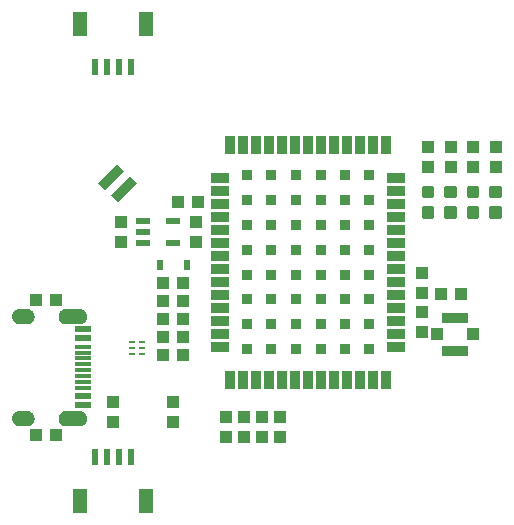
<source format=gtp>
G75*
%MOIN*%
%OFA0B0*%
%FSLAX25Y25*%
%IPPOS*%
%LPD*%
%AMOC8*
5,1,8,0,0,1.08239X$1,22.5*
%
%ADD10R,0.04724X0.07874*%
%ADD11R,0.02362X0.05315*%
%ADD12R,0.03937X0.04331*%
%ADD13R,0.04331X0.03937*%
%ADD14R,0.08858X0.03346*%
%ADD15C,0.01181*%
%ADD16R,0.02480X0.03268*%
%ADD17R,0.08661X0.03346*%
%ADD18R,0.04134X0.03937*%
%ADD19R,0.04724X0.02165*%
%ADD20R,0.02402X0.00984*%
%ADD21R,0.02205X0.00984*%
%ADD22R,0.05984X0.03346*%
%ADD23R,0.03346X0.05984*%
%ADD24R,0.03543X0.03543*%
%ADD25R,0.05709X0.01181*%
%ADD26R,0.05709X0.02362*%
%ADD27R,0.05709X0.02165*%
%ADD28C,0.00039*%
D10*
X0210276Y0080531D03*
X0232324Y0080531D03*
X0232324Y0239469D03*
X0210276Y0239469D03*
D11*
X0215394Y0225000D03*
X0219331Y0225000D03*
X0223269Y0225000D03*
X0227206Y0225000D03*
X0227206Y0095000D03*
X0223269Y0095000D03*
X0219331Y0095000D03*
X0215394Y0095000D03*
D12*
X0221300Y0106654D03*
X0241300Y0106654D03*
X0258800Y0108346D03*
X0264800Y0108346D03*
X0270800Y0108346D03*
X0276800Y0108346D03*
X0276800Y0101654D03*
X0270800Y0101654D03*
X0264800Y0101654D03*
X0258800Y0101654D03*
X0241300Y0113346D03*
X0221300Y0113346D03*
X0324300Y0136654D03*
X0324300Y0143346D03*
X0324300Y0149654D03*
X0324300Y0156346D03*
X0248800Y0166654D03*
X0248800Y0173346D03*
X0223800Y0173346D03*
X0223800Y0166654D03*
X0326300Y0191654D03*
X0333800Y0191654D03*
X0341300Y0191654D03*
X0348800Y0191654D03*
X0348800Y0198346D03*
X0341300Y0198346D03*
X0333800Y0198346D03*
X0326300Y0198346D03*
D13*
X0249646Y0180000D03*
X0242954Y0180000D03*
X0244646Y0153000D03*
X0237954Y0153000D03*
X0237954Y0147000D03*
X0244646Y0147000D03*
X0244646Y0141000D03*
X0237954Y0141000D03*
X0237954Y0135000D03*
X0244646Y0135000D03*
X0244646Y0129000D03*
X0237954Y0129000D03*
X0202146Y0147500D03*
X0195454Y0147500D03*
X0195454Y0102500D03*
X0202146Y0102500D03*
X0330454Y0149500D03*
X0337146Y0149500D03*
D14*
G36*
X0229144Y0186303D02*
X0222882Y0180041D01*
X0220516Y0182407D01*
X0226778Y0188669D01*
X0229144Y0186303D01*
G37*
G36*
X0224969Y0190478D02*
X0218707Y0184216D01*
X0216341Y0186582D01*
X0222603Y0192844D01*
X0224969Y0190478D01*
G37*
D15*
X0324922Y0184831D02*
X0327678Y0184831D01*
X0327678Y0182075D01*
X0324922Y0182075D01*
X0324922Y0184831D01*
X0324922Y0183197D02*
X0327678Y0183197D01*
X0327678Y0184319D02*
X0324922Y0184319D01*
X0332422Y0184831D02*
X0335178Y0184831D01*
X0335178Y0182075D01*
X0332422Y0182075D01*
X0332422Y0184831D01*
X0332422Y0183197D02*
X0335178Y0183197D01*
X0335178Y0184319D02*
X0332422Y0184319D01*
X0339922Y0184831D02*
X0342678Y0184831D01*
X0342678Y0182075D01*
X0339922Y0182075D01*
X0339922Y0184831D01*
X0339922Y0183197D02*
X0342678Y0183197D01*
X0342678Y0184319D02*
X0339922Y0184319D01*
X0347422Y0184831D02*
X0350178Y0184831D01*
X0350178Y0182075D01*
X0347422Y0182075D01*
X0347422Y0184831D01*
X0347422Y0183197D02*
X0350178Y0183197D01*
X0350178Y0184319D02*
X0347422Y0184319D01*
X0347422Y0177925D02*
X0350178Y0177925D01*
X0350178Y0175169D01*
X0347422Y0175169D01*
X0347422Y0177925D01*
X0347422Y0176291D02*
X0350178Y0176291D01*
X0350178Y0177413D02*
X0347422Y0177413D01*
X0342678Y0177925D02*
X0339922Y0177925D01*
X0342678Y0177925D02*
X0342678Y0175169D01*
X0339922Y0175169D01*
X0339922Y0177925D01*
X0339922Y0176291D02*
X0342678Y0176291D01*
X0342678Y0177413D02*
X0339922Y0177413D01*
X0335178Y0177925D02*
X0332422Y0177925D01*
X0335178Y0177925D02*
X0335178Y0175169D01*
X0332422Y0175169D01*
X0332422Y0177925D01*
X0332422Y0176291D02*
X0335178Y0176291D01*
X0335178Y0177413D02*
X0332422Y0177413D01*
X0327678Y0177925D02*
X0324922Y0177925D01*
X0327678Y0177925D02*
X0327678Y0175169D01*
X0324922Y0175169D01*
X0324922Y0177925D01*
X0324922Y0176291D02*
X0327678Y0176291D01*
X0327678Y0177413D02*
X0324922Y0177413D01*
D16*
X0245828Y0159000D03*
X0236772Y0159000D03*
D17*
X0335300Y0141413D03*
X0335300Y0130587D03*
D18*
X0329296Y0136000D03*
X0341304Y0136000D03*
D19*
X0241419Y0166260D03*
X0231181Y0166260D03*
X0231181Y0170000D03*
X0231181Y0173740D03*
X0241419Y0173740D03*
D20*
X0227706Y0133469D03*
D21*
X0227607Y0131500D03*
X0227607Y0129531D03*
X0230993Y0129531D03*
X0230993Y0131500D03*
X0230993Y0133469D03*
D22*
X0256969Y0131850D03*
X0256969Y0136181D03*
X0256969Y0140512D03*
X0256969Y0144843D03*
X0256969Y0149173D03*
X0256969Y0153504D03*
X0256969Y0157835D03*
X0256969Y0162165D03*
X0256969Y0166496D03*
X0256969Y0170827D03*
X0256969Y0175157D03*
X0256969Y0179488D03*
X0256969Y0183819D03*
X0256969Y0188150D03*
X0315631Y0188150D03*
X0315631Y0183819D03*
X0315631Y0179488D03*
X0315631Y0175157D03*
X0315631Y0170827D03*
X0315631Y0166496D03*
X0315631Y0162165D03*
X0315631Y0157835D03*
X0315631Y0153504D03*
X0315631Y0149173D03*
X0315631Y0144843D03*
X0315631Y0140512D03*
X0315631Y0136181D03*
X0315631Y0131850D03*
D23*
X0312284Y0120827D03*
X0307954Y0120827D03*
X0303623Y0120827D03*
X0299292Y0120827D03*
X0294961Y0120827D03*
X0290631Y0120827D03*
X0286300Y0120827D03*
X0281969Y0120827D03*
X0277639Y0120827D03*
X0273308Y0120827D03*
X0268977Y0120827D03*
X0264646Y0120827D03*
X0260316Y0120827D03*
X0260316Y0199173D03*
X0264646Y0199173D03*
X0268977Y0199173D03*
X0273308Y0199173D03*
X0277639Y0199173D03*
X0281969Y0199173D03*
X0286300Y0199173D03*
X0290631Y0199173D03*
X0294961Y0199173D03*
X0299292Y0199173D03*
X0303623Y0199173D03*
X0307954Y0199173D03*
X0312284Y0199173D03*
D24*
X0306576Y0188937D03*
X0298505Y0188937D03*
X0290434Y0188937D03*
X0282166Y0188937D03*
X0274095Y0188937D03*
X0266024Y0188937D03*
X0266024Y0180669D03*
X0274095Y0180669D03*
X0282166Y0180669D03*
X0290434Y0180669D03*
X0298505Y0180669D03*
X0306576Y0180669D03*
X0306576Y0172402D03*
X0298505Y0172402D03*
X0290434Y0172402D03*
X0282166Y0172402D03*
X0274095Y0172402D03*
X0266024Y0172402D03*
X0266024Y0164134D03*
X0274095Y0164134D03*
X0282166Y0164134D03*
X0290434Y0164134D03*
X0298505Y0164134D03*
X0306576Y0164134D03*
X0306576Y0155866D03*
X0298505Y0155866D03*
X0290434Y0155866D03*
X0282166Y0155866D03*
X0274095Y0155866D03*
X0266024Y0155866D03*
X0266024Y0147598D03*
X0274095Y0147598D03*
X0282166Y0147598D03*
X0282166Y0139331D03*
X0274095Y0139331D03*
X0266024Y0139331D03*
X0266024Y0131063D03*
X0274095Y0131063D03*
X0282166Y0131063D03*
X0290434Y0131063D03*
X0298505Y0131063D03*
X0306576Y0131063D03*
X0306576Y0139331D03*
X0298505Y0139331D03*
X0290434Y0139331D03*
X0290434Y0147598D03*
X0298505Y0147598D03*
X0306576Y0147598D03*
D25*
X0211300Y0131890D03*
X0211300Y0129921D03*
X0211300Y0127953D03*
X0211300Y0125984D03*
X0211300Y0124016D03*
X0211300Y0122047D03*
X0211300Y0120079D03*
X0211300Y0118110D03*
D26*
X0211300Y0112303D03*
X0211300Y0137697D03*
D27*
X0211300Y0134646D03*
X0211300Y0115354D03*
D28*
X0210482Y0110293D02*
X0210903Y0110147D01*
X0211288Y0109922D01*
X0211622Y0109626D01*
X0211891Y0109270D01*
X0212086Y0108869D01*
X0212199Y0108437D01*
X0212225Y0107992D01*
X0212199Y0107547D01*
X0212086Y0107115D01*
X0211891Y0106714D01*
X0211622Y0106358D01*
X0211288Y0106062D01*
X0210903Y0105837D01*
X0210482Y0105691D01*
X0210040Y0105630D01*
X0205316Y0105630D01*
X0204817Y0105711D01*
X0204349Y0105900D01*
X0203934Y0106189D01*
X0203594Y0106563D01*
X0203346Y0107003D01*
X0203202Y0107488D01*
X0203170Y0107992D01*
X0203202Y0108496D01*
X0203346Y0108981D01*
X0203594Y0109421D01*
X0203934Y0109795D01*
X0204349Y0110084D01*
X0204817Y0110274D01*
X0205316Y0110354D01*
X0210040Y0110354D01*
X0210482Y0110293D01*
X0210556Y0110268D02*
X0204802Y0110268D01*
X0204708Y0110230D02*
X0210666Y0110230D01*
X0210775Y0110192D02*
X0204615Y0110192D01*
X0204521Y0110154D02*
X0210885Y0110154D01*
X0210957Y0110116D02*
X0204427Y0110116D01*
X0204340Y0110078D02*
X0211022Y0110078D01*
X0211086Y0110040D02*
X0204286Y0110040D01*
X0204231Y0110002D02*
X0211151Y0110002D01*
X0211216Y0109965D02*
X0204177Y0109965D01*
X0204123Y0109927D02*
X0211280Y0109927D01*
X0211326Y0109889D02*
X0204068Y0109889D01*
X0204014Y0109851D02*
X0211368Y0109851D01*
X0211411Y0109813D02*
X0203960Y0109813D01*
X0203916Y0109775D02*
X0211454Y0109775D01*
X0211496Y0109737D02*
X0203882Y0109737D01*
X0203847Y0109699D02*
X0211539Y0109699D01*
X0211582Y0109661D02*
X0203813Y0109661D01*
X0203778Y0109624D02*
X0211624Y0109624D01*
X0211652Y0109586D02*
X0203744Y0109586D01*
X0203709Y0109548D02*
X0211681Y0109548D01*
X0211710Y0109510D02*
X0203675Y0109510D01*
X0203641Y0109472D02*
X0211738Y0109472D01*
X0211767Y0109434D02*
X0203606Y0109434D01*
X0203580Y0109396D02*
X0211796Y0109396D01*
X0211824Y0109358D02*
X0203559Y0109358D01*
X0203538Y0109321D02*
X0211853Y0109321D01*
X0211882Y0109283D02*
X0203516Y0109283D01*
X0203495Y0109245D02*
X0211904Y0109245D01*
X0211922Y0109207D02*
X0203474Y0109207D01*
X0203452Y0109169D02*
X0211940Y0109169D01*
X0211959Y0109131D02*
X0203431Y0109131D01*
X0203410Y0109093D02*
X0211977Y0109093D01*
X0211996Y0109055D02*
X0203388Y0109055D01*
X0203367Y0109017D02*
X0212014Y0109017D01*
X0212032Y0108980D02*
X0203346Y0108980D01*
X0203335Y0108942D02*
X0212051Y0108942D01*
X0212069Y0108904D02*
X0203323Y0108904D01*
X0203312Y0108866D02*
X0212087Y0108866D01*
X0212097Y0108828D02*
X0203301Y0108828D01*
X0203290Y0108790D02*
X0212107Y0108790D01*
X0212116Y0108752D02*
X0203278Y0108752D01*
X0203267Y0108714D02*
X0212126Y0108714D01*
X0212136Y0108677D02*
X0203256Y0108677D01*
X0203245Y0108639D02*
X0212146Y0108639D01*
X0212156Y0108601D02*
X0203233Y0108601D01*
X0203222Y0108563D02*
X0212166Y0108563D01*
X0212176Y0108525D02*
X0203211Y0108525D01*
X0203202Y0108487D02*
X0212186Y0108487D01*
X0212196Y0108449D02*
X0203199Y0108449D01*
X0203197Y0108411D02*
X0212200Y0108411D01*
X0212203Y0108374D02*
X0203195Y0108374D01*
X0203192Y0108336D02*
X0212205Y0108336D01*
X0212207Y0108298D02*
X0203190Y0108298D01*
X0203187Y0108260D02*
X0212209Y0108260D01*
X0212212Y0108222D02*
X0203185Y0108222D01*
X0203182Y0108184D02*
X0212214Y0108184D01*
X0212216Y0108146D02*
X0203180Y0108146D01*
X0203178Y0108108D02*
X0212218Y0108108D01*
X0212221Y0108070D02*
X0203175Y0108070D01*
X0203173Y0108033D02*
X0212223Y0108033D01*
X0212225Y0107995D02*
X0203170Y0107995D01*
X0203172Y0107957D02*
X0212223Y0107957D01*
X0212221Y0107919D02*
X0203175Y0107919D01*
X0203177Y0107881D02*
X0212219Y0107881D01*
X0212216Y0107843D02*
X0203180Y0107843D01*
X0203182Y0107805D02*
X0212214Y0107805D01*
X0212212Y0107767D02*
X0203185Y0107767D01*
X0203187Y0107730D02*
X0212210Y0107730D01*
X0212207Y0107692D02*
X0203189Y0107692D01*
X0203192Y0107654D02*
X0212205Y0107654D01*
X0212203Y0107616D02*
X0203194Y0107616D01*
X0203197Y0107578D02*
X0212201Y0107578D01*
X0212197Y0107540D02*
X0203199Y0107540D01*
X0203202Y0107502D02*
X0212187Y0107502D01*
X0212177Y0107464D02*
X0203209Y0107464D01*
X0203221Y0107426D02*
X0212167Y0107426D01*
X0212157Y0107389D02*
X0203232Y0107389D01*
X0203243Y0107351D02*
X0212148Y0107351D01*
X0212138Y0107313D02*
X0203254Y0107313D01*
X0203266Y0107275D02*
X0212128Y0107275D01*
X0212118Y0107237D02*
X0203277Y0107237D01*
X0203288Y0107199D02*
X0212108Y0107199D01*
X0212098Y0107161D02*
X0203299Y0107161D01*
X0203311Y0107123D02*
X0212088Y0107123D01*
X0212072Y0107086D02*
X0203322Y0107086D01*
X0203333Y0107048D02*
X0212053Y0107048D01*
X0212035Y0107010D02*
X0203344Y0107010D01*
X0203364Y0106972D02*
X0212016Y0106972D01*
X0211998Y0106934D02*
X0203385Y0106934D01*
X0203407Y0106896D02*
X0211980Y0106896D01*
X0211961Y0106858D02*
X0203428Y0106858D01*
X0203449Y0106820D02*
X0211943Y0106820D01*
X0211924Y0106782D02*
X0203471Y0106782D01*
X0203492Y0106745D02*
X0211906Y0106745D01*
X0211886Y0106707D02*
X0203513Y0106707D01*
X0203535Y0106669D02*
X0211857Y0106669D01*
X0211828Y0106631D02*
X0203556Y0106631D01*
X0203577Y0106593D02*
X0211800Y0106593D01*
X0211771Y0106555D02*
X0203602Y0106555D01*
X0203636Y0106517D02*
X0211742Y0106517D01*
X0211714Y0106479D02*
X0203670Y0106479D01*
X0203705Y0106442D02*
X0211685Y0106442D01*
X0211656Y0106404D02*
X0203739Y0106404D01*
X0203774Y0106366D02*
X0211627Y0106366D01*
X0211587Y0106328D02*
X0203808Y0106328D01*
X0203842Y0106290D02*
X0211545Y0106290D01*
X0211502Y0106252D02*
X0203877Y0106252D01*
X0203911Y0106214D02*
X0211460Y0106214D01*
X0211417Y0106176D02*
X0203952Y0106176D01*
X0204007Y0106139D02*
X0211374Y0106139D01*
X0211332Y0106101D02*
X0204061Y0106101D01*
X0204115Y0106063D02*
X0211289Y0106063D01*
X0211224Y0106025D02*
X0204170Y0106025D01*
X0204224Y0105987D02*
X0211160Y0105987D01*
X0211095Y0105949D02*
X0204278Y0105949D01*
X0204333Y0105911D02*
X0211030Y0105911D01*
X0210966Y0105873D02*
X0204415Y0105873D01*
X0204508Y0105835D02*
X0210899Y0105835D01*
X0210790Y0105798D02*
X0204602Y0105798D01*
X0204695Y0105760D02*
X0210681Y0105760D01*
X0210571Y0105722D02*
X0204789Y0105722D01*
X0204981Y0105684D02*
X0210432Y0105684D01*
X0210157Y0105646D02*
X0205216Y0105646D01*
X0194737Y0107530D02*
X0194600Y0107085D01*
X0194379Y0106676D01*
X0194083Y0106318D01*
X0193722Y0106024D01*
X0193311Y0105807D01*
X0192865Y0105674D01*
X0192402Y0105630D01*
X0190040Y0105630D01*
X0189581Y0105677D01*
X0189141Y0105813D01*
X0188735Y0106032D01*
X0188380Y0106326D01*
X0188089Y0106684D01*
X0187873Y0107091D01*
X0187741Y0107533D01*
X0187698Y0107992D01*
X0187754Y0108516D01*
X0187926Y0109014D01*
X0188205Y0109461D01*
X0188576Y0109835D01*
X0189020Y0110117D01*
X0189517Y0110293D01*
X0190040Y0110354D01*
X0192402Y0110354D01*
X0192930Y0110297D01*
X0193433Y0110124D01*
X0193883Y0109843D01*
X0194261Y0109469D01*
X0194545Y0109020D01*
X0194723Y0108520D01*
X0194784Y0107992D01*
X0194737Y0107530D01*
X0194738Y0107540D02*
X0187740Y0107540D01*
X0187737Y0107578D02*
X0194742Y0107578D01*
X0194746Y0107616D02*
X0187733Y0107616D01*
X0187730Y0107654D02*
X0194750Y0107654D01*
X0194753Y0107692D02*
X0187726Y0107692D01*
X0187722Y0107730D02*
X0194757Y0107730D01*
X0194761Y0107767D02*
X0187719Y0107767D01*
X0187715Y0107805D02*
X0194765Y0107805D01*
X0194769Y0107843D02*
X0187712Y0107843D01*
X0187708Y0107881D02*
X0194773Y0107881D01*
X0194777Y0107919D02*
X0187705Y0107919D01*
X0187701Y0107957D02*
X0194781Y0107957D01*
X0194784Y0107995D02*
X0187698Y0107995D01*
X0187702Y0108033D02*
X0194780Y0108033D01*
X0194775Y0108070D02*
X0187706Y0108070D01*
X0187710Y0108108D02*
X0194771Y0108108D01*
X0194766Y0108146D02*
X0187714Y0108146D01*
X0187718Y0108184D02*
X0194762Y0108184D01*
X0194757Y0108222D02*
X0187723Y0108222D01*
X0187727Y0108260D02*
X0194753Y0108260D01*
X0194749Y0108298D02*
X0187731Y0108298D01*
X0187735Y0108336D02*
X0194744Y0108336D01*
X0194740Y0108374D02*
X0187739Y0108374D01*
X0187743Y0108411D02*
X0194735Y0108411D01*
X0194731Y0108449D02*
X0187747Y0108449D01*
X0187751Y0108487D02*
X0194726Y0108487D01*
X0194721Y0108525D02*
X0187758Y0108525D01*
X0187771Y0108563D02*
X0194707Y0108563D01*
X0194694Y0108601D02*
X0187784Y0108601D01*
X0187797Y0108639D02*
X0194680Y0108639D01*
X0194667Y0108677D02*
X0187810Y0108677D01*
X0187823Y0108714D02*
X0194654Y0108714D01*
X0194640Y0108752D02*
X0187836Y0108752D01*
X0187849Y0108790D02*
X0194627Y0108790D01*
X0194613Y0108828D02*
X0187862Y0108828D01*
X0187875Y0108866D02*
X0194600Y0108866D01*
X0194586Y0108904D02*
X0187888Y0108904D01*
X0187901Y0108942D02*
X0194573Y0108942D01*
X0194560Y0108980D02*
X0187915Y0108980D01*
X0187929Y0109017D02*
X0194546Y0109017D01*
X0194523Y0109055D02*
X0187952Y0109055D01*
X0187976Y0109093D02*
X0194499Y0109093D01*
X0194475Y0109131D02*
X0187999Y0109131D01*
X0188023Y0109169D02*
X0194451Y0109169D01*
X0194427Y0109207D02*
X0188047Y0109207D01*
X0188070Y0109245D02*
X0194403Y0109245D01*
X0194379Y0109283D02*
X0188094Y0109283D01*
X0188117Y0109321D02*
X0194355Y0109321D01*
X0194331Y0109358D02*
X0188141Y0109358D01*
X0188164Y0109396D02*
X0194307Y0109396D01*
X0194283Y0109434D02*
X0188188Y0109434D01*
X0188216Y0109472D02*
X0194257Y0109472D01*
X0194219Y0109510D02*
X0188253Y0109510D01*
X0188291Y0109548D02*
X0194181Y0109548D01*
X0194143Y0109586D02*
X0188328Y0109586D01*
X0188366Y0109624D02*
X0194105Y0109624D01*
X0194066Y0109661D02*
X0188404Y0109661D01*
X0188441Y0109699D02*
X0194028Y0109699D01*
X0193990Y0109737D02*
X0188479Y0109737D01*
X0188516Y0109775D02*
X0193952Y0109775D01*
X0193914Y0109813D02*
X0188554Y0109813D01*
X0188601Y0109851D02*
X0193871Y0109851D01*
X0193810Y0109889D02*
X0188660Y0109889D01*
X0188720Y0109927D02*
X0193749Y0109927D01*
X0193688Y0109965D02*
X0188780Y0109965D01*
X0188840Y0110002D02*
X0193627Y0110002D01*
X0193566Y0110040D02*
X0188899Y0110040D01*
X0188959Y0110078D02*
X0193506Y0110078D01*
X0193445Y0110116D02*
X0189019Y0110116D01*
X0189124Y0110154D02*
X0193345Y0110154D01*
X0193235Y0110192D02*
X0189231Y0110192D01*
X0189338Y0110230D02*
X0193125Y0110230D01*
X0193016Y0110268D02*
X0189445Y0110268D01*
X0189622Y0110305D02*
X0192853Y0110305D01*
X0192504Y0110343D02*
X0189946Y0110343D01*
X0187750Y0107502D02*
X0194728Y0107502D01*
X0194717Y0107464D02*
X0187761Y0107464D01*
X0187773Y0107426D02*
X0194705Y0107426D01*
X0194693Y0107389D02*
X0187784Y0107389D01*
X0187795Y0107351D02*
X0194682Y0107351D01*
X0194670Y0107313D02*
X0187807Y0107313D01*
X0187818Y0107275D02*
X0194658Y0107275D01*
X0194647Y0107237D02*
X0187829Y0107237D01*
X0187841Y0107199D02*
X0194635Y0107199D01*
X0194623Y0107161D02*
X0187852Y0107161D01*
X0187863Y0107123D02*
X0194612Y0107123D01*
X0194600Y0107086D02*
X0187876Y0107086D01*
X0187896Y0107048D02*
X0194580Y0107048D01*
X0194559Y0107010D02*
X0187916Y0107010D01*
X0187936Y0106972D02*
X0194539Y0106972D01*
X0194518Y0106934D02*
X0187956Y0106934D01*
X0187976Y0106896D02*
X0194498Y0106896D01*
X0194477Y0106858D02*
X0187996Y0106858D01*
X0188016Y0106820D02*
X0194457Y0106820D01*
X0194437Y0106782D02*
X0188036Y0106782D01*
X0188056Y0106745D02*
X0194416Y0106745D01*
X0194396Y0106707D02*
X0188076Y0106707D01*
X0188101Y0106669D02*
X0194373Y0106669D01*
X0194342Y0106631D02*
X0188131Y0106631D01*
X0188162Y0106593D02*
X0194310Y0106593D01*
X0194279Y0106555D02*
X0188193Y0106555D01*
X0188224Y0106517D02*
X0194248Y0106517D01*
X0194216Y0106479D02*
X0188255Y0106479D01*
X0188286Y0106442D02*
X0194185Y0106442D01*
X0194154Y0106404D02*
X0188316Y0106404D01*
X0188347Y0106366D02*
X0194122Y0106366D01*
X0194091Y0106328D02*
X0188378Y0106328D01*
X0188423Y0106290D02*
X0194049Y0106290D01*
X0194002Y0106252D02*
X0188469Y0106252D01*
X0188515Y0106214D02*
X0193955Y0106214D01*
X0193909Y0106176D02*
X0188560Y0106176D01*
X0188606Y0106139D02*
X0193862Y0106139D01*
X0193816Y0106101D02*
X0188652Y0106101D01*
X0188698Y0106063D02*
X0193769Y0106063D01*
X0193723Y0106025D02*
X0188748Y0106025D01*
X0188818Y0105987D02*
X0193652Y0105987D01*
X0193580Y0105949D02*
X0188888Y0105949D01*
X0188958Y0105911D02*
X0193508Y0105911D01*
X0193437Y0105873D02*
X0189028Y0105873D01*
X0189099Y0105835D02*
X0193365Y0105835D01*
X0193280Y0105798D02*
X0189190Y0105798D01*
X0189313Y0105760D02*
X0193153Y0105760D01*
X0193027Y0105722D02*
X0189436Y0105722D01*
X0189559Y0105684D02*
X0192900Y0105684D01*
X0192573Y0105646D02*
X0189883Y0105646D01*
X0205013Y0110305D02*
X0210394Y0110305D01*
X0210120Y0110343D02*
X0205248Y0110343D01*
X0205316Y0139646D02*
X0204817Y0139726D01*
X0204349Y0139916D01*
X0203934Y0140205D01*
X0203594Y0140579D01*
X0203346Y0141019D01*
X0203202Y0141504D01*
X0203170Y0142008D01*
X0203202Y0142512D01*
X0203346Y0142997D01*
X0203594Y0143437D01*
X0203934Y0143811D01*
X0204349Y0144100D01*
X0204817Y0144289D01*
X0205316Y0144370D01*
X0210040Y0144370D01*
X0210482Y0144309D01*
X0210903Y0144163D01*
X0211288Y0143938D01*
X0211622Y0143642D01*
X0211891Y0143286D01*
X0212086Y0142885D01*
X0212199Y0142453D01*
X0212225Y0142008D01*
X0212199Y0141563D01*
X0212086Y0141131D01*
X0211891Y0140730D01*
X0211622Y0140374D01*
X0211288Y0140078D01*
X0210903Y0139853D01*
X0210482Y0139707D01*
X0210040Y0139646D01*
X0205316Y0139646D01*
X0205205Y0139664D02*
X0210170Y0139664D01*
X0210444Y0139701D02*
X0204971Y0139701D01*
X0204785Y0139739D02*
X0210576Y0139739D01*
X0210686Y0139777D02*
X0204691Y0139777D01*
X0204598Y0139815D02*
X0210795Y0139815D01*
X0210904Y0139853D02*
X0204504Y0139853D01*
X0204410Y0139891D02*
X0210969Y0139891D01*
X0211033Y0139929D02*
X0204330Y0139929D01*
X0204276Y0139967D02*
X0211098Y0139967D01*
X0211163Y0140004D02*
X0204221Y0140004D01*
X0204167Y0140042D02*
X0211227Y0140042D01*
X0211291Y0140080D02*
X0204113Y0140080D01*
X0204059Y0140118D02*
X0211334Y0140118D01*
X0211376Y0140156D02*
X0204004Y0140156D01*
X0203950Y0140194D02*
X0211419Y0140194D01*
X0211461Y0140232D02*
X0203910Y0140232D01*
X0203875Y0140270D02*
X0211504Y0140270D01*
X0211547Y0140308D02*
X0203841Y0140308D01*
X0203806Y0140345D02*
X0211589Y0140345D01*
X0211629Y0140383D02*
X0203772Y0140383D01*
X0203738Y0140421D02*
X0211657Y0140421D01*
X0211686Y0140459D02*
X0203703Y0140459D01*
X0203669Y0140497D02*
X0211715Y0140497D01*
X0211744Y0140535D02*
X0203634Y0140535D01*
X0203600Y0140573D02*
X0211772Y0140573D01*
X0211801Y0140611D02*
X0203577Y0140611D01*
X0203555Y0140648D02*
X0211830Y0140648D01*
X0211858Y0140686D02*
X0203534Y0140686D01*
X0203512Y0140724D02*
X0211887Y0140724D01*
X0211907Y0140762D02*
X0203491Y0140762D01*
X0203470Y0140800D02*
X0211925Y0140800D01*
X0211944Y0140838D02*
X0203448Y0140838D01*
X0203427Y0140876D02*
X0211962Y0140876D01*
X0211980Y0140914D02*
X0203406Y0140914D01*
X0203384Y0140952D02*
X0211999Y0140952D01*
X0212017Y0140989D02*
X0203363Y0140989D01*
X0203344Y0141027D02*
X0212036Y0141027D01*
X0212054Y0141065D02*
X0203333Y0141065D01*
X0203321Y0141103D02*
X0212072Y0141103D01*
X0212089Y0141141D02*
X0203310Y0141141D01*
X0203299Y0141179D02*
X0212099Y0141179D01*
X0212108Y0141217D02*
X0203288Y0141217D01*
X0203276Y0141255D02*
X0212118Y0141255D01*
X0212128Y0141292D02*
X0203265Y0141292D01*
X0203254Y0141330D02*
X0212138Y0141330D01*
X0212148Y0141368D02*
X0203243Y0141368D01*
X0203231Y0141406D02*
X0212158Y0141406D01*
X0212168Y0141444D02*
X0203220Y0141444D01*
X0203209Y0141482D02*
X0212178Y0141482D01*
X0212188Y0141520D02*
X0203201Y0141520D01*
X0203199Y0141558D02*
X0212197Y0141558D01*
X0212201Y0141595D02*
X0203197Y0141595D01*
X0203194Y0141633D02*
X0212203Y0141633D01*
X0212205Y0141671D02*
X0203192Y0141671D01*
X0203189Y0141709D02*
X0212207Y0141709D01*
X0212210Y0141747D02*
X0203187Y0141747D01*
X0203184Y0141785D02*
X0212212Y0141785D01*
X0212214Y0141823D02*
X0203182Y0141823D01*
X0203180Y0141861D02*
X0212216Y0141861D01*
X0212219Y0141899D02*
X0203177Y0141899D01*
X0203175Y0141936D02*
X0212221Y0141936D01*
X0212223Y0141974D02*
X0203172Y0141974D01*
X0203170Y0142012D02*
X0212225Y0142012D01*
X0212223Y0142050D02*
X0203173Y0142050D01*
X0203175Y0142088D02*
X0212220Y0142088D01*
X0212218Y0142126D02*
X0203178Y0142126D01*
X0203180Y0142164D02*
X0212216Y0142164D01*
X0212214Y0142202D02*
X0203183Y0142202D01*
X0203185Y0142239D02*
X0212211Y0142239D01*
X0212209Y0142277D02*
X0203187Y0142277D01*
X0203190Y0142315D02*
X0212207Y0142315D01*
X0212205Y0142353D02*
X0203192Y0142353D01*
X0203195Y0142391D02*
X0212202Y0142391D01*
X0212200Y0142429D02*
X0203197Y0142429D01*
X0203200Y0142467D02*
X0212195Y0142467D01*
X0212185Y0142505D02*
X0203202Y0142505D01*
X0203212Y0142543D02*
X0212175Y0142543D01*
X0212166Y0142580D02*
X0203223Y0142580D01*
X0203234Y0142618D02*
X0212156Y0142618D01*
X0212146Y0142656D02*
X0203245Y0142656D01*
X0203256Y0142694D02*
X0212136Y0142694D01*
X0212126Y0142732D02*
X0203268Y0142732D01*
X0203279Y0142770D02*
X0212116Y0142770D01*
X0212106Y0142808D02*
X0203290Y0142808D01*
X0203301Y0142846D02*
X0212096Y0142846D01*
X0212086Y0142883D02*
X0203313Y0142883D01*
X0203324Y0142921D02*
X0212068Y0142921D01*
X0212050Y0142959D02*
X0203335Y0142959D01*
X0203347Y0142997D02*
X0212031Y0142997D01*
X0212013Y0143035D02*
X0203368Y0143035D01*
X0203389Y0143073D02*
X0211995Y0143073D01*
X0211976Y0143111D02*
X0203411Y0143111D01*
X0203432Y0143149D02*
X0211958Y0143149D01*
X0211940Y0143187D02*
X0203453Y0143187D01*
X0203475Y0143224D02*
X0211921Y0143224D01*
X0211903Y0143262D02*
X0203496Y0143262D01*
X0203517Y0143300D02*
X0211880Y0143300D01*
X0211852Y0143338D02*
X0203539Y0143338D01*
X0203560Y0143376D02*
X0211823Y0143376D01*
X0211794Y0143414D02*
X0203581Y0143414D01*
X0203608Y0143452D02*
X0211766Y0143452D01*
X0211737Y0143490D02*
X0203642Y0143490D01*
X0203677Y0143527D02*
X0211708Y0143527D01*
X0211680Y0143565D02*
X0203711Y0143565D01*
X0203745Y0143603D02*
X0211651Y0143603D01*
X0211622Y0143641D02*
X0203780Y0143641D01*
X0203814Y0143679D02*
X0211580Y0143679D01*
X0211537Y0143717D02*
X0203849Y0143717D01*
X0203883Y0143755D02*
X0211494Y0143755D01*
X0211452Y0143793D02*
X0203918Y0143793D01*
X0203962Y0143830D02*
X0211409Y0143830D01*
X0211366Y0143868D02*
X0204017Y0143868D01*
X0204071Y0143906D02*
X0211324Y0143906D01*
X0211277Y0143944D02*
X0204125Y0143944D01*
X0204180Y0143982D02*
X0211213Y0143982D01*
X0211148Y0144020D02*
X0204234Y0144020D01*
X0204288Y0144058D02*
X0211083Y0144058D01*
X0211019Y0144096D02*
X0204342Y0144096D01*
X0204432Y0144134D02*
X0210954Y0144134D01*
X0210879Y0144171D02*
X0204525Y0144171D01*
X0204619Y0144209D02*
X0210770Y0144209D01*
X0210661Y0144247D02*
X0204712Y0144247D01*
X0204806Y0144285D02*
X0210551Y0144285D01*
X0210382Y0144323D02*
X0205024Y0144323D01*
X0205259Y0144361D02*
X0210107Y0144361D01*
X0194723Y0142535D02*
X0194784Y0142008D01*
X0194737Y0141545D01*
X0194600Y0141101D01*
X0194379Y0140692D01*
X0194083Y0140333D01*
X0193722Y0140040D01*
X0193311Y0139822D01*
X0192865Y0139689D01*
X0192402Y0139646D01*
X0190040Y0139646D01*
X0189581Y0139693D01*
X0189141Y0139828D01*
X0188735Y0140048D01*
X0188380Y0140342D01*
X0188089Y0140699D01*
X0187873Y0141107D01*
X0187741Y0141549D01*
X0187698Y0142008D01*
X0187754Y0142532D01*
X0187926Y0143030D01*
X0188205Y0143477D01*
X0188576Y0143851D01*
X0189020Y0144133D01*
X0189517Y0144309D01*
X0190040Y0144370D01*
X0192402Y0144370D01*
X0192930Y0144313D01*
X0193433Y0144139D01*
X0193883Y0143859D01*
X0194261Y0143485D01*
X0194545Y0143036D01*
X0194723Y0142535D01*
X0194720Y0142543D02*
X0187758Y0142543D01*
X0187752Y0142505D02*
X0194726Y0142505D01*
X0194731Y0142467D02*
X0187747Y0142467D01*
X0187743Y0142429D02*
X0194735Y0142429D01*
X0194739Y0142391D02*
X0187739Y0142391D01*
X0187735Y0142353D02*
X0194744Y0142353D01*
X0194748Y0142315D02*
X0187731Y0142315D01*
X0187727Y0142277D02*
X0194753Y0142277D01*
X0194757Y0142239D02*
X0187723Y0142239D01*
X0187719Y0142202D02*
X0194762Y0142202D01*
X0194766Y0142164D02*
X0187715Y0142164D01*
X0187710Y0142126D02*
X0194770Y0142126D01*
X0194775Y0142088D02*
X0187706Y0142088D01*
X0187702Y0142050D02*
X0194779Y0142050D01*
X0194784Y0142012D02*
X0187698Y0142012D01*
X0187701Y0141974D02*
X0194781Y0141974D01*
X0194777Y0141936D02*
X0187704Y0141936D01*
X0187708Y0141899D02*
X0194773Y0141899D01*
X0194769Y0141861D02*
X0187712Y0141861D01*
X0187715Y0141823D02*
X0194765Y0141823D01*
X0194761Y0141785D02*
X0187719Y0141785D01*
X0187722Y0141747D02*
X0194757Y0141747D01*
X0194754Y0141709D02*
X0187726Y0141709D01*
X0187729Y0141671D02*
X0194750Y0141671D01*
X0194746Y0141633D02*
X0187733Y0141633D01*
X0187737Y0141595D02*
X0194742Y0141595D01*
X0194738Y0141558D02*
X0187740Y0141558D01*
X0187750Y0141520D02*
X0194729Y0141520D01*
X0194717Y0141482D02*
X0187761Y0141482D01*
X0187772Y0141444D02*
X0194706Y0141444D01*
X0194694Y0141406D02*
X0187784Y0141406D01*
X0187795Y0141368D02*
X0194682Y0141368D01*
X0194671Y0141330D02*
X0187806Y0141330D01*
X0187818Y0141292D02*
X0194659Y0141292D01*
X0194647Y0141255D02*
X0187829Y0141255D01*
X0187840Y0141217D02*
X0194636Y0141217D01*
X0194624Y0141179D02*
X0187851Y0141179D01*
X0187863Y0141141D02*
X0194612Y0141141D01*
X0194601Y0141103D02*
X0187875Y0141103D01*
X0187895Y0141065D02*
X0194581Y0141065D01*
X0194560Y0141027D02*
X0187915Y0141027D01*
X0187935Y0140989D02*
X0194540Y0140989D01*
X0194519Y0140952D02*
X0187955Y0140952D01*
X0187975Y0140914D02*
X0194499Y0140914D01*
X0194478Y0140876D02*
X0187995Y0140876D01*
X0188015Y0140838D02*
X0194458Y0140838D01*
X0194437Y0140800D02*
X0188035Y0140800D01*
X0188055Y0140762D02*
X0194417Y0140762D01*
X0194397Y0140724D02*
X0188075Y0140724D01*
X0188099Y0140686D02*
X0194375Y0140686D01*
X0194343Y0140648D02*
X0188130Y0140648D01*
X0188161Y0140611D02*
X0194312Y0140611D01*
X0194281Y0140573D02*
X0188192Y0140573D01*
X0188222Y0140535D02*
X0194249Y0140535D01*
X0194218Y0140497D02*
X0188253Y0140497D01*
X0188284Y0140459D02*
X0194186Y0140459D01*
X0194155Y0140421D02*
X0188315Y0140421D01*
X0188346Y0140383D02*
X0194124Y0140383D01*
X0194092Y0140345D02*
X0188377Y0140345D01*
X0188421Y0140308D02*
X0194051Y0140308D01*
X0194004Y0140270D02*
X0188467Y0140270D01*
X0188512Y0140232D02*
X0193958Y0140232D01*
X0193911Y0140194D02*
X0188558Y0140194D01*
X0188604Y0140156D02*
X0193864Y0140156D01*
X0193818Y0140118D02*
X0188650Y0140118D01*
X0188695Y0140080D02*
X0193771Y0140080D01*
X0193725Y0140042D02*
X0188745Y0140042D01*
X0188815Y0140004D02*
X0193655Y0140004D01*
X0193583Y0139967D02*
X0188885Y0139967D01*
X0188955Y0139929D02*
X0193512Y0139929D01*
X0193440Y0139891D02*
X0189025Y0139891D01*
X0189095Y0139853D02*
X0193368Y0139853D01*
X0193286Y0139815D02*
X0189184Y0139815D01*
X0189307Y0139777D02*
X0193159Y0139777D01*
X0193033Y0139739D02*
X0189430Y0139739D01*
X0189553Y0139701D02*
X0192906Y0139701D01*
X0192592Y0139664D02*
X0189866Y0139664D01*
X0187771Y0142580D02*
X0194707Y0142580D01*
X0194693Y0142618D02*
X0187784Y0142618D01*
X0187797Y0142656D02*
X0194680Y0142656D01*
X0194666Y0142694D02*
X0187811Y0142694D01*
X0187824Y0142732D02*
X0194653Y0142732D01*
X0194639Y0142770D02*
X0187837Y0142770D01*
X0187850Y0142808D02*
X0194626Y0142808D01*
X0194613Y0142846D02*
X0187863Y0142846D01*
X0187876Y0142883D02*
X0194599Y0142883D01*
X0194586Y0142921D02*
X0187889Y0142921D01*
X0187902Y0142959D02*
X0194572Y0142959D01*
X0194559Y0142997D02*
X0187915Y0142997D01*
X0187930Y0143035D02*
X0194545Y0143035D01*
X0194522Y0143073D02*
X0187953Y0143073D01*
X0187977Y0143111D02*
X0194498Y0143111D01*
X0194474Y0143149D02*
X0188000Y0143149D01*
X0188024Y0143187D02*
X0194450Y0143187D01*
X0194426Y0143224D02*
X0188048Y0143224D01*
X0188071Y0143262D02*
X0194402Y0143262D01*
X0194378Y0143300D02*
X0188095Y0143300D01*
X0188118Y0143338D02*
X0194354Y0143338D01*
X0194330Y0143376D02*
X0188142Y0143376D01*
X0188166Y0143414D02*
X0194306Y0143414D01*
X0194282Y0143452D02*
X0188189Y0143452D01*
X0188217Y0143490D02*
X0194256Y0143490D01*
X0194217Y0143527D02*
X0188255Y0143527D01*
X0188293Y0143565D02*
X0194179Y0143565D01*
X0194141Y0143603D02*
X0188330Y0143603D01*
X0188368Y0143641D02*
X0194103Y0143641D01*
X0194065Y0143679D02*
X0188405Y0143679D01*
X0188443Y0143717D02*
X0194026Y0143717D01*
X0193988Y0143755D02*
X0188480Y0143755D01*
X0188518Y0143793D02*
X0193950Y0143793D01*
X0193912Y0143830D02*
X0188556Y0143830D01*
X0188603Y0143868D02*
X0193868Y0143868D01*
X0193807Y0143906D02*
X0188663Y0143906D01*
X0188723Y0143944D02*
X0193746Y0143944D01*
X0193685Y0143982D02*
X0188783Y0143982D01*
X0188842Y0144020D02*
X0193625Y0144020D01*
X0193564Y0144058D02*
X0188902Y0144058D01*
X0188962Y0144096D02*
X0193503Y0144096D01*
X0193442Y0144134D02*
X0189022Y0144134D01*
X0189129Y0144171D02*
X0193340Y0144171D01*
X0193230Y0144209D02*
X0189236Y0144209D01*
X0189343Y0144247D02*
X0193120Y0144247D01*
X0193011Y0144285D02*
X0189450Y0144285D01*
X0189637Y0144323D02*
X0192837Y0144323D01*
X0192488Y0144361D02*
X0189961Y0144361D01*
M02*

</source>
